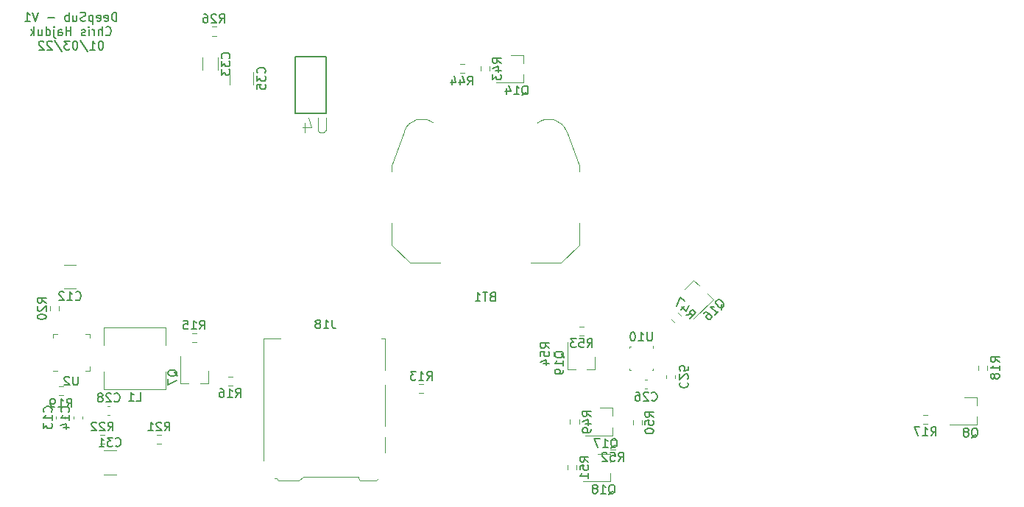
<source format=gbr>
%TF.GenerationSoftware,KiCad,Pcbnew,(5.1.8)-1*%
%TF.CreationDate,2022-04-23T21:59:24-07:00*%
%TF.ProjectId,AttitudeMotorController,41747469-7475-4646-954d-6f746f72436f,rev?*%
%TF.SameCoordinates,Original*%
%TF.FileFunction,Legend,Bot*%
%TF.FilePolarity,Positive*%
%FSLAX46Y46*%
G04 Gerber Fmt 4.6, Leading zero omitted, Abs format (unit mm)*
G04 Created by KiCad (PCBNEW (5.1.8)-1) date 2022-04-23 21:59:24*
%MOMM*%
%LPD*%
G01*
G04 APERTURE LIST*
%ADD10C,0.150000*%
%ADD11C,0.120000*%
%ADD12C,0.152400*%
%ADD13C,0.100000*%
%ADD14C,0.015000*%
G04 APERTURE END LIST*
D10*
X84333695Y-3719820D02*
X84333695Y-2719820D01*
X84095600Y-2719820D01*
X83952742Y-2767440D01*
X83857504Y-2862678D01*
X83809885Y-2957916D01*
X83762266Y-3148392D01*
X83762266Y-3291249D01*
X83809885Y-3481725D01*
X83857504Y-3576963D01*
X83952742Y-3672201D01*
X84095600Y-3719820D01*
X84333695Y-3719820D01*
X82952742Y-3672201D02*
X83047980Y-3719820D01*
X83238457Y-3719820D01*
X83333695Y-3672201D01*
X83381314Y-3576963D01*
X83381314Y-3196011D01*
X83333695Y-3100773D01*
X83238457Y-3053154D01*
X83047980Y-3053154D01*
X82952742Y-3100773D01*
X82905123Y-3196011D01*
X82905123Y-3291249D01*
X83381314Y-3386487D01*
X82095600Y-3672201D02*
X82190838Y-3719820D01*
X82381314Y-3719820D01*
X82476552Y-3672201D01*
X82524171Y-3576963D01*
X82524171Y-3196011D01*
X82476552Y-3100773D01*
X82381314Y-3053154D01*
X82190838Y-3053154D01*
X82095600Y-3100773D01*
X82047980Y-3196011D01*
X82047980Y-3291249D01*
X82524171Y-3386487D01*
X81619409Y-3053154D02*
X81619409Y-4053154D01*
X81619409Y-3100773D02*
X81524171Y-3053154D01*
X81333695Y-3053154D01*
X81238457Y-3100773D01*
X81190838Y-3148392D01*
X81143219Y-3243630D01*
X81143219Y-3529344D01*
X81190838Y-3624582D01*
X81238457Y-3672201D01*
X81333695Y-3719820D01*
X81524171Y-3719820D01*
X81619409Y-3672201D01*
X80762266Y-3672201D02*
X80619409Y-3719820D01*
X80381314Y-3719820D01*
X80286076Y-3672201D01*
X80238457Y-3624582D01*
X80190838Y-3529344D01*
X80190838Y-3434106D01*
X80238457Y-3338868D01*
X80286076Y-3291249D01*
X80381314Y-3243630D01*
X80571790Y-3196011D01*
X80667028Y-3148392D01*
X80714647Y-3100773D01*
X80762266Y-3005535D01*
X80762266Y-2910297D01*
X80714647Y-2815059D01*
X80667028Y-2767440D01*
X80571790Y-2719820D01*
X80333695Y-2719820D01*
X80190838Y-2767440D01*
X79333695Y-3053154D02*
X79333695Y-3719820D01*
X79762266Y-3053154D02*
X79762266Y-3576963D01*
X79714647Y-3672201D01*
X79619409Y-3719820D01*
X79476552Y-3719820D01*
X79381314Y-3672201D01*
X79333695Y-3624582D01*
X78857504Y-3719820D02*
X78857504Y-2719820D01*
X78857504Y-3100773D02*
X78762266Y-3053154D01*
X78571790Y-3053154D01*
X78476552Y-3100773D01*
X78428933Y-3148392D01*
X78381314Y-3243630D01*
X78381314Y-3529344D01*
X78428933Y-3624582D01*
X78476552Y-3672201D01*
X78571790Y-3719820D01*
X78762266Y-3719820D01*
X78857504Y-3672201D01*
X77190838Y-3338868D02*
X76428933Y-3338868D01*
X75333695Y-2719820D02*
X75000361Y-3719820D01*
X74667028Y-2719820D01*
X73809885Y-3719820D02*
X74381314Y-3719820D01*
X74095600Y-3719820D02*
X74095600Y-2719820D01*
X74190838Y-2862678D01*
X74286076Y-2957916D01*
X74381314Y-3005535D01*
X83095600Y-5274582D02*
X83143219Y-5322201D01*
X83286076Y-5369820D01*
X83381314Y-5369820D01*
X83524171Y-5322201D01*
X83619409Y-5226963D01*
X83667028Y-5131725D01*
X83714647Y-4941249D01*
X83714647Y-4798392D01*
X83667028Y-4607916D01*
X83619409Y-4512678D01*
X83524171Y-4417440D01*
X83381314Y-4369820D01*
X83286076Y-4369820D01*
X83143219Y-4417440D01*
X83095600Y-4465059D01*
X82667028Y-5369820D02*
X82667028Y-4369820D01*
X82238457Y-5369820D02*
X82238457Y-4846011D01*
X82286076Y-4750773D01*
X82381314Y-4703154D01*
X82524171Y-4703154D01*
X82619409Y-4750773D01*
X82667028Y-4798392D01*
X81762266Y-5369820D02*
X81762266Y-4703154D01*
X81762266Y-4893630D02*
X81714647Y-4798392D01*
X81667028Y-4750773D01*
X81571790Y-4703154D01*
X81476552Y-4703154D01*
X81143219Y-5369820D02*
X81143219Y-4703154D01*
X81143219Y-4369820D02*
X81190838Y-4417440D01*
X81143219Y-4465059D01*
X81095600Y-4417440D01*
X81143219Y-4369820D01*
X81143219Y-4465059D01*
X80714647Y-5322201D02*
X80619409Y-5369820D01*
X80428933Y-5369820D01*
X80333695Y-5322201D01*
X80286076Y-5226963D01*
X80286076Y-5179344D01*
X80333695Y-5084106D01*
X80428933Y-5036487D01*
X80571790Y-5036487D01*
X80667028Y-4988868D01*
X80714647Y-4893630D01*
X80714647Y-4846011D01*
X80667028Y-4750773D01*
X80571790Y-4703154D01*
X80428933Y-4703154D01*
X80333695Y-4750773D01*
X79095600Y-5369820D02*
X79095600Y-4369820D01*
X79095600Y-4846011D02*
X78524171Y-4846011D01*
X78524171Y-5369820D02*
X78524171Y-4369820D01*
X77619409Y-5369820D02*
X77619409Y-4846011D01*
X77667028Y-4750773D01*
X77762266Y-4703154D01*
X77952742Y-4703154D01*
X78047980Y-4750773D01*
X77619409Y-5322201D02*
X77714647Y-5369820D01*
X77952742Y-5369820D01*
X78047980Y-5322201D01*
X78095600Y-5226963D01*
X78095600Y-5131725D01*
X78047980Y-5036487D01*
X77952742Y-4988868D01*
X77714647Y-4988868D01*
X77619409Y-4941249D01*
X77143219Y-4703154D02*
X77143219Y-5560297D01*
X77190838Y-5655535D01*
X77286076Y-5703154D01*
X77333695Y-5703154D01*
X77143219Y-4369820D02*
X77190838Y-4417440D01*
X77143219Y-4465059D01*
X77095600Y-4417440D01*
X77143219Y-4369820D01*
X77143219Y-4465059D01*
X76238457Y-5369820D02*
X76238457Y-4369820D01*
X76238457Y-5322201D02*
X76333695Y-5369820D01*
X76524171Y-5369820D01*
X76619409Y-5322201D01*
X76667028Y-5274582D01*
X76714647Y-5179344D01*
X76714647Y-4893630D01*
X76667028Y-4798392D01*
X76619409Y-4750773D01*
X76524171Y-4703154D01*
X76333695Y-4703154D01*
X76238457Y-4750773D01*
X75333695Y-4703154D02*
X75333695Y-5369820D01*
X75762266Y-4703154D02*
X75762266Y-5226963D01*
X75714647Y-5322201D01*
X75619409Y-5369820D01*
X75476552Y-5369820D01*
X75381314Y-5322201D01*
X75333695Y-5274582D01*
X74857504Y-5369820D02*
X74857504Y-4369820D01*
X74762266Y-4988868D02*
X74476552Y-5369820D01*
X74476552Y-4703154D02*
X74857504Y-5084106D01*
X82571790Y-6019820D02*
X82476552Y-6019820D01*
X82381314Y-6067440D01*
X82333695Y-6115059D01*
X82286076Y-6210297D01*
X82238457Y-6400773D01*
X82238457Y-6638868D01*
X82286076Y-6829344D01*
X82333695Y-6924582D01*
X82381314Y-6972201D01*
X82476552Y-7019820D01*
X82571790Y-7019820D01*
X82667028Y-6972201D01*
X82714647Y-6924582D01*
X82762266Y-6829344D01*
X82809885Y-6638868D01*
X82809885Y-6400773D01*
X82762266Y-6210297D01*
X82714647Y-6115059D01*
X82667028Y-6067440D01*
X82571790Y-6019820D01*
X81286076Y-7019820D02*
X81857504Y-7019820D01*
X81571790Y-7019820D02*
X81571790Y-6019820D01*
X81667028Y-6162678D01*
X81762266Y-6257916D01*
X81857504Y-6305535D01*
X80143219Y-5972201D02*
X81000361Y-7257916D01*
X79619409Y-6019820D02*
X79524171Y-6019820D01*
X79428933Y-6067440D01*
X79381314Y-6115059D01*
X79333695Y-6210297D01*
X79286076Y-6400773D01*
X79286076Y-6638868D01*
X79333695Y-6829344D01*
X79381314Y-6924582D01*
X79428933Y-6972201D01*
X79524171Y-7019820D01*
X79619409Y-7019820D01*
X79714647Y-6972201D01*
X79762266Y-6924582D01*
X79809885Y-6829344D01*
X79857504Y-6638868D01*
X79857504Y-6400773D01*
X79809885Y-6210297D01*
X79762266Y-6115059D01*
X79714647Y-6067440D01*
X79619409Y-6019820D01*
X78952742Y-6019820D02*
X78333695Y-6019820D01*
X78667028Y-6400773D01*
X78524171Y-6400773D01*
X78428933Y-6448392D01*
X78381314Y-6496011D01*
X78333695Y-6591249D01*
X78333695Y-6829344D01*
X78381314Y-6924582D01*
X78428933Y-6972201D01*
X78524171Y-7019820D01*
X78809885Y-7019820D01*
X78905123Y-6972201D01*
X78952742Y-6924582D01*
X77190838Y-5972201D02*
X78047980Y-7257916D01*
X76905123Y-6115059D02*
X76857504Y-6067440D01*
X76762266Y-6019820D01*
X76524171Y-6019820D01*
X76428933Y-6067440D01*
X76381314Y-6115059D01*
X76333695Y-6210297D01*
X76333695Y-6305535D01*
X76381314Y-6448392D01*
X76952742Y-7019820D01*
X76333695Y-7019820D01*
X75952742Y-6115059D02*
X75905123Y-6067440D01*
X75809885Y-6019820D01*
X75571790Y-6019820D01*
X75476552Y-6067440D01*
X75428933Y-6115059D01*
X75381314Y-6210297D01*
X75381314Y-6305535D01*
X75428933Y-6448392D01*
X76000361Y-7019820D01*
X75381314Y-7019820D01*
D11*
%TO.C,BT1*%
X115978700Y-20360300D02*
X117418700Y-16410300D01*
X118058700Y-31530300D02*
X115978700Y-29450300D01*
X121558700Y-31530300D02*
X118058700Y-31530300D01*
X135458700Y-31530300D02*
X137538700Y-29450300D01*
X137538700Y-20360300D02*
X136098700Y-16410300D01*
X115978700Y-29450300D02*
X115978700Y-26990300D01*
X115978700Y-20990300D02*
X115978700Y-20360300D01*
X137538700Y-29450300D02*
X137538700Y-26990300D01*
X137538700Y-20990300D02*
X137538700Y-20360300D01*
X135458700Y-31530300D02*
X131958700Y-31530300D01*
X120755346Y-15423770D02*
G75*
G03*
X117418700Y-16410300I-1306646J-1716530D01*
G01*
X136083944Y-16402131D02*
G75*
G03*
X132758700Y-15440300I-2015244J-738169D01*
G01*
%TO.C,C12*%
X78256948Y-34456200D02*
X79679452Y-34456200D01*
X78256948Y-31736200D02*
X79679452Y-31736200D01*
%TO.C,C13*%
X78399100Y-49180533D02*
X78399100Y-49473067D01*
X77379100Y-49180533D02*
X77379100Y-49473067D01*
%TO.C,C14*%
X79385700Y-49193233D02*
X79385700Y-49485767D01*
X80405700Y-49193233D02*
X80405700Y-49485767D01*
%TO.C,C25*%
X147584700Y-44799467D02*
X147584700Y-44506933D01*
X148604700Y-44799467D02*
X148604700Y-44506933D01*
%TO.C,C26*%
X145090933Y-46039500D02*
X145383467Y-46039500D01*
X145090933Y-45019500D02*
X145383467Y-45019500D01*
%TO.C,C28*%
X83584167Y-48004000D02*
X83291633Y-48004000D01*
X83584167Y-49024000D02*
X83291633Y-49024000D01*
%TO.C,C31*%
X84289952Y-55868400D02*
X82867448Y-55868400D01*
X84289952Y-53148400D02*
X82867448Y-53148400D01*
%TO.C,C33*%
X95994900Y-9346852D02*
X95994900Y-7924348D01*
X94174900Y-9346852D02*
X94174900Y-7924348D01*
%TO.C,C35*%
X100077100Y-11023652D02*
X100077100Y-9601148D01*
X97357100Y-11023652D02*
X97357100Y-9601148D01*
%TO.C,J18*%
X105262500Y-56543400D02*
X105772500Y-56193400D01*
X102752500Y-56343400D02*
X102492500Y-56343400D01*
X102952500Y-56543400D02*
X102752500Y-56343400D01*
X112352500Y-56543400D02*
X112142500Y-56343400D01*
X112142500Y-56193400D02*
X112142500Y-56343400D01*
X112142500Y-56193400D02*
X105772500Y-56193400D01*
X115242500Y-51583400D02*
X115242500Y-53383400D01*
X115242500Y-45583400D02*
X115242500Y-50283400D01*
X114212500Y-56543400D02*
X114412500Y-56343400D01*
X114212500Y-56543400D02*
X112352500Y-56543400D01*
X102952500Y-56543400D02*
X105262500Y-56543400D01*
X115242500Y-40273400D02*
X115242500Y-43883400D01*
X114792500Y-40273400D02*
X115242500Y-40273400D01*
X101272500Y-40273400D02*
X101272500Y-54283400D01*
X103192500Y-40273400D02*
X101272500Y-40273400D01*
%TO.C,L1*%
X82873500Y-41019600D02*
X82873500Y-38969600D01*
X82873500Y-38969600D02*
X89973500Y-38969600D01*
X89973500Y-38969600D02*
X89973500Y-41019600D01*
X82873500Y-44019600D02*
X82873500Y-46069600D01*
X82873500Y-46069600D02*
X89973500Y-46069600D01*
X89973500Y-46069600D02*
X89973500Y-44019600D01*
%TO.C,Q7*%
X94864000Y-45440000D02*
X94864000Y-43980000D01*
X91704000Y-45440000D02*
X91704000Y-42280000D01*
X91704000Y-45440000D02*
X92634000Y-45440000D01*
X94864000Y-45440000D02*
X93934000Y-45440000D01*
%TO.C,Q8*%
X183321100Y-47022900D02*
X181861100Y-47022900D01*
X183321100Y-50182900D02*
X180161100Y-50182900D01*
X183321100Y-50182900D02*
X183321100Y-49252900D01*
X183321100Y-47022900D02*
X183321100Y-47952900D01*
%TO.C,R13*%
X119647424Y-46534600D02*
X119137976Y-46534600D01*
X119647424Y-45489600D02*
X119137976Y-45489600D01*
%TO.C,R15*%
X93498124Y-40679900D02*
X92988676Y-40679900D01*
X93498124Y-39634900D02*
X92988676Y-39634900D01*
%TO.C,R16*%
X97141576Y-45658300D02*
X97651024Y-45658300D01*
X97141576Y-44613300D02*
X97651024Y-44613300D01*
%TO.C,R17*%
X177102676Y-49032900D02*
X177612124Y-49032900D01*
X177102676Y-50077900D02*
X177612124Y-50077900D01*
%TO.C,R18*%
X184507400Y-43851924D02*
X184507400Y-43342476D01*
X183462400Y-43851924D02*
X183462400Y-43342476D01*
%TO.C,R19*%
X77697876Y-46788600D02*
X78207324Y-46788600D01*
X77697876Y-45743600D02*
X78207324Y-45743600D01*
%TO.C,R20*%
X77738500Y-36526376D02*
X77738500Y-37035824D01*
X76693500Y-36526376D02*
X76693500Y-37035824D01*
%TO.C,R21*%
X89484924Y-51318900D02*
X88975476Y-51318900D01*
X89484924Y-52363900D02*
X88975476Y-52363900D01*
%TO.C,R22*%
X82955224Y-52363900D02*
X82445776Y-52363900D01*
X82955224Y-51318900D02*
X82445776Y-51318900D01*
%TO.C,R26*%
X95784124Y-4367000D02*
X95274676Y-4367000D01*
X95784124Y-5412000D02*
X95274676Y-5412000D01*
%TO.C,U2*%
X77498700Y-43943800D02*
X77023700Y-43943800D01*
X81243700Y-39723800D02*
X81243700Y-40198800D01*
X80768700Y-39723800D02*
X81243700Y-39723800D01*
X77023700Y-39723800D02*
X77023700Y-40198800D01*
X77498700Y-39723800D02*
X77023700Y-39723800D01*
X81243700Y-43943800D02*
X81243700Y-43468800D01*
X80768700Y-43943800D02*
X81243700Y-43943800D01*
D12*
%TO.C,U4*%
X104889300Y-7797800D02*
X108445300Y-7797800D01*
X108445300Y-7797800D02*
X108445300Y-14300200D01*
X108445300Y-14300200D02*
X104889300Y-14300200D01*
X104889300Y-14300200D02*
X104889300Y-7797800D01*
D13*
%TO.C,U10*%
X146053800Y-43892300D02*
X145903800Y-43892300D01*
X146053800Y-43882300D02*
X146053800Y-43732300D01*
X143353800Y-43882300D02*
X143353800Y-43732300D01*
X143353800Y-43882300D02*
X143503800Y-43882300D01*
X143503800Y-41182300D02*
X143353800Y-41182300D01*
X143353800Y-41182300D02*
X143353800Y-41332300D01*
X146053800Y-41332300D02*
X146053800Y-41082300D01*
D11*
%TO.C,Q14*%
X131135660Y-7627500D02*
X129675660Y-7627500D01*
X131135660Y-10787500D02*
X127975660Y-10787500D01*
X131135660Y-10787500D02*
X131135660Y-9857500D01*
X131135660Y-7627500D02*
X131135660Y-8557500D01*
%TO.C,Q16*%
X150722892Y-33519290D02*
X149690517Y-34551666D01*
X152957350Y-35753748D02*
X150722892Y-37988205D01*
X152957350Y-35753748D02*
X152299741Y-35096138D01*
X150722892Y-33519290D02*
X151380502Y-34176899D01*
%TO.C,Q17*%
X141361700Y-48229400D02*
X141361700Y-49159400D01*
X141361700Y-51389400D02*
X141361700Y-50459400D01*
X141361700Y-51389400D02*
X138201700Y-51389400D01*
X141361700Y-48229400D02*
X139901700Y-48229400D01*
%TO.C,Q18*%
X141113920Y-53538000D02*
X139653920Y-53538000D01*
X141113920Y-56698000D02*
X137953920Y-56698000D01*
X141113920Y-56698000D02*
X141113920Y-55768000D01*
X141113920Y-53538000D02*
X141113920Y-54468000D01*
%TO.C,Q19*%
X139354680Y-43802840D02*
X138424680Y-43802840D01*
X136194680Y-43802840D02*
X137124680Y-43802840D01*
X136194680Y-43802840D02*
X136194680Y-40642840D01*
X139354680Y-43802840D02*
X139354680Y-42342840D01*
%TO.C,R43*%
X126180320Y-9459684D02*
X126180320Y-8950236D01*
X127225320Y-9459684D02*
X127225320Y-8950236D01*
%TO.C,R44*%
X123809036Y-8667220D02*
X124318484Y-8667220D01*
X123809036Y-9712220D02*
X124318484Y-9712220D01*
%TO.C,R47*%
X149246185Y-37621019D02*
X148885951Y-37260785D01*
X148507259Y-38359945D02*
X148147025Y-37999711D01*
%TO.C,R49*%
X137547880Y-50092704D02*
X137547880Y-49583256D01*
X136502880Y-50092704D02*
X136502880Y-49583256D01*
%TO.C,R50*%
X143703780Y-50168264D02*
X143703780Y-49658816D01*
X144748780Y-50168264D02*
X144748780Y-49658816D01*
%TO.C,R51*%
X137250700Y-55321924D02*
X137250700Y-54812476D01*
X136205700Y-55321924D02*
X136205700Y-54812476D01*
%TO.C,R52*%
X141159136Y-51943740D02*
X141668584Y-51943740D01*
X141159136Y-52988740D02*
X141668584Y-52988740D01*
%TO.C,R53*%
X137570756Y-39902660D02*
X138080204Y-39902660D01*
X137570756Y-38857660D02*
X138080204Y-38857660D01*
%TO.C,R54*%
X135602240Y-41738456D02*
X135602240Y-42247904D01*
X134557240Y-41738456D02*
X134557240Y-42247904D01*
%TO.C,BT1*%
D10*
X127544414Y-35418871D02*
X127401557Y-35466490D01*
X127353938Y-35514109D01*
X127306319Y-35609347D01*
X127306319Y-35752204D01*
X127353938Y-35847442D01*
X127401557Y-35895061D01*
X127496795Y-35942680D01*
X127877747Y-35942680D01*
X127877747Y-34942680D01*
X127544414Y-34942680D01*
X127449176Y-34990300D01*
X127401557Y-35037919D01*
X127353938Y-35133157D01*
X127353938Y-35228395D01*
X127401557Y-35323633D01*
X127449176Y-35371252D01*
X127544414Y-35418871D01*
X127877747Y-35418871D01*
X127020604Y-34942680D02*
X126449176Y-34942680D01*
X126734890Y-35942680D02*
X126734890Y-34942680D01*
X125592033Y-35942680D02*
X126163461Y-35942680D01*
X125877747Y-35942680D02*
X125877747Y-34942680D01*
X125972985Y-35085538D01*
X126068223Y-35180776D01*
X126163461Y-35228395D01*
%TO.C,C12*%
X79611057Y-35753342D02*
X79658676Y-35800961D01*
X79801533Y-35848580D01*
X79896771Y-35848580D01*
X80039628Y-35800961D01*
X80134866Y-35705723D01*
X80182485Y-35610485D01*
X80230104Y-35420009D01*
X80230104Y-35277152D01*
X80182485Y-35086676D01*
X80134866Y-34991438D01*
X80039628Y-34896200D01*
X79896771Y-34848580D01*
X79801533Y-34848580D01*
X79658676Y-34896200D01*
X79611057Y-34943819D01*
X78658676Y-35848580D02*
X79230104Y-35848580D01*
X78944390Y-35848580D02*
X78944390Y-34848580D01*
X79039628Y-34991438D01*
X79134866Y-35086676D01*
X79230104Y-35134295D01*
X78277723Y-34943819D02*
X78230104Y-34896200D01*
X78134866Y-34848580D01*
X77896771Y-34848580D01*
X77801533Y-34896200D01*
X77753914Y-34943819D01*
X77706295Y-35039057D01*
X77706295Y-35134295D01*
X77753914Y-35277152D01*
X78325342Y-35848580D01*
X77706295Y-35848580D01*
%TO.C,C13*%
X76816242Y-48683942D02*
X76863861Y-48636323D01*
X76911480Y-48493466D01*
X76911480Y-48398228D01*
X76863861Y-48255371D01*
X76768623Y-48160133D01*
X76673385Y-48112514D01*
X76482909Y-48064895D01*
X76340052Y-48064895D01*
X76149576Y-48112514D01*
X76054338Y-48160133D01*
X75959100Y-48255371D01*
X75911480Y-48398228D01*
X75911480Y-48493466D01*
X75959100Y-48636323D01*
X76006719Y-48683942D01*
X76911480Y-49636323D02*
X76911480Y-49064895D01*
X76911480Y-49350609D02*
X75911480Y-49350609D01*
X76054338Y-49255371D01*
X76149576Y-49160133D01*
X76197195Y-49064895D01*
X75911480Y-49969657D02*
X75911480Y-50588704D01*
X76292433Y-50255371D01*
X76292433Y-50398228D01*
X76340052Y-50493466D01*
X76387671Y-50541085D01*
X76482909Y-50588704D01*
X76721004Y-50588704D01*
X76816242Y-50541085D01*
X76863861Y-50493466D01*
X76911480Y-50398228D01*
X76911480Y-50112514D01*
X76863861Y-50017276D01*
X76816242Y-49969657D01*
%TO.C,C14*%
X78822842Y-48696642D02*
X78870461Y-48649023D01*
X78918080Y-48506166D01*
X78918080Y-48410928D01*
X78870461Y-48268071D01*
X78775223Y-48172833D01*
X78679985Y-48125214D01*
X78489509Y-48077595D01*
X78346652Y-48077595D01*
X78156176Y-48125214D01*
X78060938Y-48172833D01*
X77965700Y-48268071D01*
X77918080Y-48410928D01*
X77918080Y-48506166D01*
X77965700Y-48649023D01*
X78013319Y-48696642D01*
X78918080Y-49649023D02*
X78918080Y-49077595D01*
X78918080Y-49363309D02*
X77918080Y-49363309D01*
X78060938Y-49268071D01*
X78156176Y-49172833D01*
X78203795Y-49077595D01*
X78251414Y-50506166D02*
X78918080Y-50506166D01*
X77870461Y-50268071D02*
X78584747Y-50029976D01*
X78584747Y-50649023D01*
%TO.C,C25*%
X149167557Y-45296057D02*
X149119938Y-45343676D01*
X149072319Y-45486533D01*
X149072319Y-45581771D01*
X149119938Y-45724628D01*
X149215176Y-45819866D01*
X149310414Y-45867485D01*
X149500890Y-45915104D01*
X149643747Y-45915104D01*
X149834223Y-45867485D01*
X149929461Y-45819866D01*
X150024700Y-45724628D01*
X150072319Y-45581771D01*
X150072319Y-45486533D01*
X150024700Y-45343676D01*
X149977080Y-45296057D01*
X149977080Y-44915104D02*
X150024700Y-44867485D01*
X150072319Y-44772247D01*
X150072319Y-44534152D01*
X150024700Y-44438914D01*
X149977080Y-44391295D01*
X149881842Y-44343676D01*
X149786604Y-44343676D01*
X149643747Y-44391295D01*
X149072319Y-44962723D01*
X149072319Y-44343676D01*
X150072319Y-43438914D02*
X150072319Y-43915104D01*
X149596128Y-43962723D01*
X149643747Y-43915104D01*
X149691366Y-43819866D01*
X149691366Y-43581771D01*
X149643747Y-43486533D01*
X149596128Y-43438914D01*
X149500890Y-43391295D01*
X149262795Y-43391295D01*
X149167557Y-43438914D01*
X149119938Y-43486533D01*
X149072319Y-43581771D01*
X149072319Y-43819866D01*
X149119938Y-43915104D01*
X149167557Y-43962723D01*
%TO.C,C26*%
X145880057Y-47316642D02*
X145927676Y-47364261D01*
X146070533Y-47411880D01*
X146165771Y-47411880D01*
X146308628Y-47364261D01*
X146403866Y-47269023D01*
X146451485Y-47173785D01*
X146499104Y-46983309D01*
X146499104Y-46840452D01*
X146451485Y-46649976D01*
X146403866Y-46554738D01*
X146308628Y-46459500D01*
X146165771Y-46411880D01*
X146070533Y-46411880D01*
X145927676Y-46459500D01*
X145880057Y-46507119D01*
X145499104Y-46507119D02*
X145451485Y-46459500D01*
X145356247Y-46411880D01*
X145118152Y-46411880D01*
X145022914Y-46459500D01*
X144975295Y-46507119D01*
X144927676Y-46602357D01*
X144927676Y-46697595D01*
X144975295Y-46840452D01*
X145546723Y-47411880D01*
X144927676Y-47411880D01*
X144070533Y-46411880D02*
X144261009Y-46411880D01*
X144356247Y-46459500D01*
X144403866Y-46507119D01*
X144499104Y-46649976D01*
X144546723Y-46840452D01*
X144546723Y-47221404D01*
X144499104Y-47316642D01*
X144451485Y-47364261D01*
X144356247Y-47411880D01*
X144165771Y-47411880D01*
X144070533Y-47364261D01*
X144022914Y-47316642D01*
X143975295Y-47221404D01*
X143975295Y-46983309D01*
X144022914Y-46888071D01*
X144070533Y-46840452D01*
X144165771Y-46792833D01*
X144356247Y-46792833D01*
X144451485Y-46840452D01*
X144499104Y-46888071D01*
X144546723Y-46983309D01*
%TO.C,C28*%
X84080757Y-47441142D02*
X84128376Y-47488761D01*
X84271233Y-47536380D01*
X84366471Y-47536380D01*
X84509328Y-47488761D01*
X84604566Y-47393523D01*
X84652185Y-47298285D01*
X84699804Y-47107809D01*
X84699804Y-46964952D01*
X84652185Y-46774476D01*
X84604566Y-46679238D01*
X84509328Y-46584000D01*
X84366471Y-46536380D01*
X84271233Y-46536380D01*
X84128376Y-46584000D01*
X84080757Y-46631619D01*
X83699804Y-46631619D02*
X83652185Y-46584000D01*
X83556947Y-46536380D01*
X83318852Y-46536380D01*
X83223614Y-46584000D01*
X83175995Y-46631619D01*
X83128376Y-46726857D01*
X83128376Y-46822095D01*
X83175995Y-46964952D01*
X83747423Y-47536380D01*
X83128376Y-47536380D01*
X82556947Y-46964952D02*
X82652185Y-46917333D01*
X82699804Y-46869714D01*
X82747423Y-46774476D01*
X82747423Y-46726857D01*
X82699804Y-46631619D01*
X82652185Y-46584000D01*
X82556947Y-46536380D01*
X82366471Y-46536380D01*
X82271233Y-46584000D01*
X82223614Y-46631619D01*
X82175995Y-46726857D01*
X82175995Y-46774476D01*
X82223614Y-46869714D01*
X82271233Y-46917333D01*
X82366471Y-46964952D01*
X82556947Y-46964952D01*
X82652185Y-47012571D01*
X82699804Y-47060190D01*
X82747423Y-47155428D01*
X82747423Y-47345904D01*
X82699804Y-47441142D01*
X82652185Y-47488761D01*
X82556947Y-47536380D01*
X82366471Y-47536380D01*
X82271233Y-47488761D01*
X82223614Y-47441142D01*
X82175995Y-47345904D01*
X82175995Y-47155428D01*
X82223614Y-47060190D01*
X82271233Y-47012571D01*
X82366471Y-46964952D01*
%TO.C,C31*%
X84221557Y-52565542D02*
X84269176Y-52613161D01*
X84412033Y-52660780D01*
X84507271Y-52660780D01*
X84650128Y-52613161D01*
X84745366Y-52517923D01*
X84792985Y-52422685D01*
X84840604Y-52232209D01*
X84840604Y-52089352D01*
X84792985Y-51898876D01*
X84745366Y-51803638D01*
X84650128Y-51708400D01*
X84507271Y-51660780D01*
X84412033Y-51660780D01*
X84269176Y-51708400D01*
X84221557Y-51756019D01*
X83888223Y-51660780D02*
X83269176Y-51660780D01*
X83602509Y-52041733D01*
X83459652Y-52041733D01*
X83364414Y-52089352D01*
X83316795Y-52136971D01*
X83269176Y-52232209D01*
X83269176Y-52470304D01*
X83316795Y-52565542D01*
X83364414Y-52613161D01*
X83459652Y-52660780D01*
X83745366Y-52660780D01*
X83840604Y-52613161D01*
X83888223Y-52565542D01*
X82316795Y-52660780D02*
X82888223Y-52660780D01*
X82602509Y-52660780D02*
X82602509Y-51660780D01*
X82697747Y-51803638D01*
X82792985Y-51898876D01*
X82888223Y-51946495D01*
%TO.C,C33*%
X97292042Y-7992742D02*
X97339661Y-7945123D01*
X97387280Y-7802266D01*
X97387280Y-7707028D01*
X97339661Y-7564171D01*
X97244423Y-7468933D01*
X97149185Y-7421314D01*
X96958709Y-7373695D01*
X96815852Y-7373695D01*
X96625376Y-7421314D01*
X96530138Y-7468933D01*
X96434900Y-7564171D01*
X96387280Y-7707028D01*
X96387280Y-7802266D01*
X96434900Y-7945123D01*
X96482519Y-7992742D01*
X96387280Y-8326076D02*
X96387280Y-8945123D01*
X96768233Y-8611790D01*
X96768233Y-8754647D01*
X96815852Y-8849885D01*
X96863471Y-8897504D01*
X96958709Y-8945123D01*
X97196804Y-8945123D01*
X97292042Y-8897504D01*
X97339661Y-8849885D01*
X97387280Y-8754647D01*
X97387280Y-8468933D01*
X97339661Y-8373695D01*
X97292042Y-8326076D01*
X96387280Y-9278457D02*
X96387280Y-9897504D01*
X96768233Y-9564171D01*
X96768233Y-9707028D01*
X96815852Y-9802266D01*
X96863471Y-9849885D01*
X96958709Y-9897504D01*
X97196804Y-9897504D01*
X97292042Y-9849885D01*
X97339661Y-9802266D01*
X97387280Y-9707028D01*
X97387280Y-9421314D01*
X97339661Y-9326076D01*
X97292042Y-9278457D01*
%TO.C,C35*%
X101374242Y-9669542D02*
X101421861Y-9621923D01*
X101469480Y-9479066D01*
X101469480Y-9383828D01*
X101421861Y-9240971D01*
X101326623Y-9145733D01*
X101231385Y-9098114D01*
X101040909Y-9050495D01*
X100898052Y-9050495D01*
X100707576Y-9098114D01*
X100612338Y-9145733D01*
X100517100Y-9240971D01*
X100469480Y-9383828D01*
X100469480Y-9479066D01*
X100517100Y-9621923D01*
X100564719Y-9669542D01*
X100469480Y-10002876D02*
X100469480Y-10621923D01*
X100850433Y-10288590D01*
X100850433Y-10431447D01*
X100898052Y-10526685D01*
X100945671Y-10574304D01*
X101040909Y-10621923D01*
X101279004Y-10621923D01*
X101374242Y-10574304D01*
X101421861Y-10526685D01*
X101469480Y-10431447D01*
X101469480Y-10145733D01*
X101421861Y-10050495D01*
X101374242Y-10002876D01*
X100469480Y-11526685D02*
X100469480Y-11050495D01*
X100945671Y-11002876D01*
X100898052Y-11050495D01*
X100850433Y-11145733D01*
X100850433Y-11383828D01*
X100898052Y-11479066D01*
X100945671Y-11526685D01*
X101040909Y-11574304D01*
X101279004Y-11574304D01*
X101374242Y-11526685D01*
X101421861Y-11479066D01*
X101469480Y-11383828D01*
X101469480Y-11145733D01*
X101421861Y-11050495D01*
X101374242Y-11002876D01*
%TO.C,J18*%
X109152023Y-38085780D02*
X109152023Y-38800066D01*
X109199642Y-38942923D01*
X109294880Y-39038161D01*
X109437738Y-39085780D01*
X109532976Y-39085780D01*
X108152023Y-39085780D02*
X108723452Y-39085780D01*
X108437738Y-39085780D02*
X108437738Y-38085780D01*
X108532976Y-38228638D01*
X108628214Y-38323876D01*
X108723452Y-38371495D01*
X107580595Y-38514352D02*
X107675833Y-38466733D01*
X107723452Y-38419114D01*
X107771071Y-38323876D01*
X107771071Y-38276257D01*
X107723452Y-38181019D01*
X107675833Y-38133400D01*
X107580595Y-38085780D01*
X107390119Y-38085780D01*
X107294880Y-38133400D01*
X107247261Y-38181019D01*
X107199642Y-38276257D01*
X107199642Y-38323876D01*
X107247261Y-38419114D01*
X107294880Y-38466733D01*
X107390119Y-38514352D01*
X107580595Y-38514352D01*
X107675833Y-38561971D01*
X107723452Y-38609590D01*
X107771071Y-38704828D01*
X107771071Y-38895304D01*
X107723452Y-38990542D01*
X107675833Y-39038161D01*
X107580595Y-39085780D01*
X107390119Y-39085780D01*
X107294880Y-39038161D01*
X107247261Y-38990542D01*
X107199642Y-38895304D01*
X107199642Y-38704828D01*
X107247261Y-38609590D01*
X107294880Y-38561971D01*
X107390119Y-38514352D01*
%TO.C,L1*%
X86590166Y-47421980D02*
X87066357Y-47421980D01*
X87066357Y-46421980D01*
X85733023Y-47421980D02*
X86304452Y-47421980D01*
X86018738Y-47421980D02*
X86018738Y-46421980D01*
X86113976Y-46564838D01*
X86209214Y-46660076D01*
X86304452Y-46707695D01*
%TO.C,Q7*%
X91331619Y-44584761D02*
X91284000Y-44489523D01*
X91188761Y-44394285D01*
X91045904Y-44251428D01*
X90998285Y-44156190D01*
X90998285Y-44060952D01*
X91236380Y-44108571D02*
X91188761Y-44013333D01*
X91093523Y-43918095D01*
X90903047Y-43870476D01*
X90569714Y-43870476D01*
X90379238Y-43918095D01*
X90284000Y-44013333D01*
X90236380Y-44108571D01*
X90236380Y-44299047D01*
X90284000Y-44394285D01*
X90379238Y-44489523D01*
X90569714Y-44537142D01*
X90903047Y-44537142D01*
X91093523Y-44489523D01*
X91188761Y-44394285D01*
X91236380Y-44299047D01*
X91236380Y-44108571D01*
X90236380Y-44870476D02*
X90236380Y-45537142D01*
X91236380Y-45108571D01*
%TO.C,Q8*%
X182656338Y-51650519D02*
X182751576Y-51602900D01*
X182846814Y-51507661D01*
X182989671Y-51364804D01*
X183084909Y-51317185D01*
X183180147Y-51317185D01*
X183132528Y-51555280D02*
X183227766Y-51507661D01*
X183323004Y-51412423D01*
X183370623Y-51221947D01*
X183370623Y-50888614D01*
X183323004Y-50698138D01*
X183227766Y-50602900D01*
X183132528Y-50555280D01*
X182942052Y-50555280D01*
X182846814Y-50602900D01*
X182751576Y-50698138D01*
X182703957Y-50888614D01*
X182703957Y-51221947D01*
X182751576Y-51412423D01*
X182846814Y-51507661D01*
X182942052Y-51555280D01*
X183132528Y-51555280D01*
X182132528Y-50983852D02*
X182227766Y-50936233D01*
X182275385Y-50888614D01*
X182323004Y-50793376D01*
X182323004Y-50745757D01*
X182275385Y-50650519D01*
X182227766Y-50602900D01*
X182132528Y-50555280D01*
X181942052Y-50555280D01*
X181846814Y-50602900D01*
X181799195Y-50650519D01*
X181751576Y-50745757D01*
X181751576Y-50793376D01*
X181799195Y-50888614D01*
X181846814Y-50936233D01*
X181942052Y-50983852D01*
X182132528Y-50983852D01*
X182227766Y-51031471D01*
X182275385Y-51079090D01*
X182323004Y-51174328D01*
X182323004Y-51364804D01*
X182275385Y-51460042D01*
X182227766Y-51507661D01*
X182132528Y-51555280D01*
X181942052Y-51555280D01*
X181846814Y-51507661D01*
X181799195Y-51460042D01*
X181751576Y-51364804D01*
X181751576Y-51174328D01*
X181799195Y-51079090D01*
X181846814Y-51031471D01*
X181942052Y-50983852D01*
%TO.C,R13*%
X120035557Y-45034480D02*
X120368890Y-44558290D01*
X120606985Y-45034480D02*
X120606985Y-44034480D01*
X120226033Y-44034480D01*
X120130795Y-44082100D01*
X120083176Y-44129719D01*
X120035557Y-44224957D01*
X120035557Y-44367814D01*
X120083176Y-44463052D01*
X120130795Y-44510671D01*
X120226033Y-44558290D01*
X120606985Y-44558290D01*
X119083176Y-45034480D02*
X119654604Y-45034480D01*
X119368890Y-45034480D02*
X119368890Y-44034480D01*
X119464128Y-44177338D01*
X119559366Y-44272576D01*
X119654604Y-44320195D01*
X118749842Y-44034480D02*
X118130795Y-44034480D01*
X118464128Y-44415433D01*
X118321271Y-44415433D01*
X118226033Y-44463052D01*
X118178414Y-44510671D01*
X118130795Y-44605909D01*
X118130795Y-44844004D01*
X118178414Y-44939242D01*
X118226033Y-44986861D01*
X118321271Y-45034480D01*
X118606985Y-45034480D01*
X118702223Y-44986861D01*
X118749842Y-44939242D01*
%TO.C,R15*%
X93886257Y-39179780D02*
X94219590Y-38703590D01*
X94457685Y-39179780D02*
X94457685Y-38179780D01*
X94076733Y-38179780D01*
X93981495Y-38227400D01*
X93933876Y-38275019D01*
X93886257Y-38370257D01*
X93886257Y-38513114D01*
X93933876Y-38608352D01*
X93981495Y-38655971D01*
X94076733Y-38703590D01*
X94457685Y-38703590D01*
X92933876Y-39179780D02*
X93505304Y-39179780D01*
X93219590Y-39179780D02*
X93219590Y-38179780D01*
X93314828Y-38322638D01*
X93410066Y-38417876D01*
X93505304Y-38465495D01*
X92029114Y-38179780D02*
X92505304Y-38179780D01*
X92552923Y-38655971D01*
X92505304Y-38608352D01*
X92410066Y-38560733D01*
X92171971Y-38560733D01*
X92076733Y-38608352D01*
X92029114Y-38655971D01*
X91981495Y-38751209D01*
X91981495Y-38989304D01*
X92029114Y-39084542D01*
X92076733Y-39132161D01*
X92171971Y-39179780D01*
X92410066Y-39179780D01*
X92505304Y-39132161D01*
X92552923Y-39084542D01*
%TO.C,R16*%
X98039157Y-47018180D02*
X98372490Y-46541990D01*
X98610585Y-47018180D02*
X98610585Y-46018180D01*
X98229633Y-46018180D01*
X98134395Y-46065800D01*
X98086776Y-46113419D01*
X98039157Y-46208657D01*
X98039157Y-46351514D01*
X98086776Y-46446752D01*
X98134395Y-46494371D01*
X98229633Y-46541990D01*
X98610585Y-46541990D01*
X97086776Y-47018180D02*
X97658204Y-47018180D01*
X97372490Y-47018180D02*
X97372490Y-46018180D01*
X97467728Y-46161038D01*
X97562966Y-46256276D01*
X97658204Y-46303895D01*
X96229633Y-46018180D02*
X96420109Y-46018180D01*
X96515347Y-46065800D01*
X96562966Y-46113419D01*
X96658204Y-46256276D01*
X96705823Y-46446752D01*
X96705823Y-46827704D01*
X96658204Y-46922942D01*
X96610585Y-46970561D01*
X96515347Y-47018180D01*
X96324871Y-47018180D01*
X96229633Y-46970561D01*
X96182014Y-46922942D01*
X96134395Y-46827704D01*
X96134395Y-46589609D01*
X96182014Y-46494371D01*
X96229633Y-46446752D01*
X96324871Y-46399133D01*
X96515347Y-46399133D01*
X96610585Y-46446752D01*
X96658204Y-46494371D01*
X96705823Y-46589609D01*
%TO.C,R17*%
X178000257Y-51437780D02*
X178333590Y-50961590D01*
X178571685Y-51437780D02*
X178571685Y-50437780D01*
X178190733Y-50437780D01*
X178095495Y-50485400D01*
X178047876Y-50533019D01*
X178000257Y-50628257D01*
X178000257Y-50771114D01*
X178047876Y-50866352D01*
X178095495Y-50913971D01*
X178190733Y-50961590D01*
X178571685Y-50961590D01*
X177047876Y-51437780D02*
X177619304Y-51437780D01*
X177333590Y-51437780D02*
X177333590Y-50437780D01*
X177428828Y-50580638D01*
X177524066Y-50675876D01*
X177619304Y-50723495D01*
X176714542Y-50437780D02*
X176047876Y-50437780D01*
X176476447Y-51437780D01*
%TO.C,R18*%
X185867280Y-42954342D02*
X185391090Y-42621009D01*
X185867280Y-42382914D02*
X184867280Y-42382914D01*
X184867280Y-42763866D01*
X184914900Y-42859104D01*
X184962519Y-42906723D01*
X185057757Y-42954342D01*
X185200614Y-42954342D01*
X185295852Y-42906723D01*
X185343471Y-42859104D01*
X185391090Y-42763866D01*
X185391090Y-42382914D01*
X185867280Y-43906723D02*
X185867280Y-43335295D01*
X185867280Y-43621009D02*
X184867280Y-43621009D01*
X185010138Y-43525771D01*
X185105376Y-43430533D01*
X185152995Y-43335295D01*
X185295852Y-44478152D02*
X185248233Y-44382914D01*
X185200614Y-44335295D01*
X185105376Y-44287676D01*
X185057757Y-44287676D01*
X184962519Y-44335295D01*
X184914900Y-44382914D01*
X184867280Y-44478152D01*
X184867280Y-44668628D01*
X184914900Y-44763866D01*
X184962519Y-44811485D01*
X185057757Y-44859104D01*
X185105376Y-44859104D01*
X185200614Y-44811485D01*
X185248233Y-44763866D01*
X185295852Y-44668628D01*
X185295852Y-44478152D01*
X185343471Y-44382914D01*
X185391090Y-44335295D01*
X185486328Y-44287676D01*
X185676804Y-44287676D01*
X185772042Y-44335295D01*
X185819661Y-44382914D01*
X185867280Y-44478152D01*
X185867280Y-44668628D01*
X185819661Y-44763866D01*
X185772042Y-44811485D01*
X185676804Y-44859104D01*
X185486328Y-44859104D01*
X185391090Y-44811485D01*
X185343471Y-44763866D01*
X185295852Y-44668628D01*
%TO.C,R19*%
X78595457Y-48148480D02*
X78928790Y-47672290D01*
X79166885Y-48148480D02*
X79166885Y-47148480D01*
X78785933Y-47148480D01*
X78690695Y-47196100D01*
X78643076Y-47243719D01*
X78595457Y-47338957D01*
X78595457Y-47481814D01*
X78643076Y-47577052D01*
X78690695Y-47624671D01*
X78785933Y-47672290D01*
X79166885Y-47672290D01*
X77643076Y-48148480D02*
X78214504Y-48148480D01*
X77928790Y-48148480D02*
X77928790Y-47148480D01*
X78024028Y-47291338D01*
X78119266Y-47386576D01*
X78214504Y-47434195D01*
X77166885Y-48148480D02*
X76976409Y-48148480D01*
X76881171Y-48100861D01*
X76833552Y-48053242D01*
X76738314Y-47910385D01*
X76690695Y-47719909D01*
X76690695Y-47338957D01*
X76738314Y-47243719D01*
X76785933Y-47196100D01*
X76881171Y-47148480D01*
X77071647Y-47148480D01*
X77166885Y-47196100D01*
X77214504Y-47243719D01*
X77262123Y-47338957D01*
X77262123Y-47577052D01*
X77214504Y-47672290D01*
X77166885Y-47719909D01*
X77071647Y-47767528D01*
X76881171Y-47767528D01*
X76785933Y-47719909D01*
X76738314Y-47672290D01*
X76690695Y-47577052D01*
%TO.C,R20*%
X76238380Y-36138242D02*
X75762190Y-35804909D01*
X76238380Y-35566814D02*
X75238380Y-35566814D01*
X75238380Y-35947766D01*
X75286000Y-36043004D01*
X75333619Y-36090623D01*
X75428857Y-36138242D01*
X75571714Y-36138242D01*
X75666952Y-36090623D01*
X75714571Y-36043004D01*
X75762190Y-35947766D01*
X75762190Y-35566814D01*
X75333619Y-36519195D02*
X75286000Y-36566814D01*
X75238380Y-36662052D01*
X75238380Y-36900147D01*
X75286000Y-36995385D01*
X75333619Y-37043004D01*
X75428857Y-37090623D01*
X75524095Y-37090623D01*
X75666952Y-37043004D01*
X76238380Y-36471576D01*
X76238380Y-37090623D01*
X75238380Y-37709671D02*
X75238380Y-37804909D01*
X75286000Y-37900147D01*
X75333619Y-37947766D01*
X75428857Y-37995385D01*
X75619333Y-38043004D01*
X75857428Y-38043004D01*
X76047904Y-37995385D01*
X76143142Y-37947766D01*
X76190761Y-37900147D01*
X76238380Y-37804909D01*
X76238380Y-37709671D01*
X76190761Y-37614433D01*
X76143142Y-37566814D01*
X76047904Y-37519195D01*
X75857428Y-37471576D01*
X75619333Y-37471576D01*
X75428857Y-37519195D01*
X75333619Y-37566814D01*
X75286000Y-37614433D01*
X75238380Y-37709671D01*
%TO.C,R21*%
X89873057Y-50863780D02*
X90206390Y-50387590D01*
X90444485Y-50863780D02*
X90444485Y-49863780D01*
X90063533Y-49863780D01*
X89968295Y-49911400D01*
X89920676Y-49959019D01*
X89873057Y-50054257D01*
X89873057Y-50197114D01*
X89920676Y-50292352D01*
X89968295Y-50339971D01*
X90063533Y-50387590D01*
X90444485Y-50387590D01*
X89492104Y-49959019D02*
X89444485Y-49911400D01*
X89349247Y-49863780D01*
X89111152Y-49863780D01*
X89015914Y-49911400D01*
X88968295Y-49959019D01*
X88920676Y-50054257D01*
X88920676Y-50149495D01*
X88968295Y-50292352D01*
X89539723Y-50863780D01*
X88920676Y-50863780D01*
X87968295Y-50863780D02*
X88539723Y-50863780D01*
X88254009Y-50863780D02*
X88254009Y-49863780D01*
X88349247Y-50006638D01*
X88444485Y-50101876D01*
X88539723Y-50149495D01*
%TO.C,R22*%
X83343357Y-50863780D02*
X83676690Y-50387590D01*
X83914785Y-50863780D02*
X83914785Y-49863780D01*
X83533833Y-49863780D01*
X83438595Y-49911400D01*
X83390976Y-49959019D01*
X83343357Y-50054257D01*
X83343357Y-50197114D01*
X83390976Y-50292352D01*
X83438595Y-50339971D01*
X83533833Y-50387590D01*
X83914785Y-50387590D01*
X82962404Y-49959019D02*
X82914785Y-49911400D01*
X82819547Y-49863780D01*
X82581452Y-49863780D01*
X82486214Y-49911400D01*
X82438595Y-49959019D01*
X82390976Y-50054257D01*
X82390976Y-50149495D01*
X82438595Y-50292352D01*
X83010023Y-50863780D01*
X82390976Y-50863780D01*
X82010023Y-49959019D02*
X81962404Y-49911400D01*
X81867166Y-49863780D01*
X81629071Y-49863780D01*
X81533833Y-49911400D01*
X81486214Y-49959019D01*
X81438595Y-50054257D01*
X81438595Y-50149495D01*
X81486214Y-50292352D01*
X82057642Y-50863780D01*
X81438595Y-50863780D01*
%TO.C,R26*%
X96172257Y-3911880D02*
X96505590Y-3435690D01*
X96743685Y-3911880D02*
X96743685Y-2911880D01*
X96362733Y-2911880D01*
X96267495Y-2959500D01*
X96219876Y-3007119D01*
X96172257Y-3102357D01*
X96172257Y-3245214D01*
X96219876Y-3340452D01*
X96267495Y-3388071D01*
X96362733Y-3435690D01*
X96743685Y-3435690D01*
X95791304Y-3007119D02*
X95743685Y-2959500D01*
X95648447Y-2911880D01*
X95410352Y-2911880D01*
X95315114Y-2959500D01*
X95267495Y-3007119D01*
X95219876Y-3102357D01*
X95219876Y-3197595D01*
X95267495Y-3340452D01*
X95838923Y-3911880D01*
X95219876Y-3911880D01*
X94362733Y-2911880D02*
X94553209Y-2911880D01*
X94648447Y-2959500D01*
X94696066Y-3007119D01*
X94791304Y-3149976D01*
X94838923Y-3340452D01*
X94838923Y-3721404D01*
X94791304Y-3816642D01*
X94743685Y-3864261D01*
X94648447Y-3911880D01*
X94457971Y-3911880D01*
X94362733Y-3864261D01*
X94315114Y-3816642D01*
X94267495Y-3721404D01*
X94267495Y-3483309D01*
X94315114Y-3388071D01*
X94362733Y-3340452D01*
X94457971Y-3292833D01*
X94648447Y-3292833D01*
X94743685Y-3340452D01*
X94791304Y-3388071D01*
X94838923Y-3483309D01*
%TO.C,U2*%
X79895604Y-44606180D02*
X79895604Y-45415704D01*
X79847985Y-45510942D01*
X79800366Y-45558561D01*
X79705128Y-45606180D01*
X79514652Y-45606180D01*
X79419414Y-45558561D01*
X79371795Y-45510942D01*
X79324176Y-45415704D01*
X79324176Y-44606180D01*
X78895604Y-44701419D02*
X78847985Y-44653800D01*
X78752747Y-44606180D01*
X78514652Y-44606180D01*
X78419414Y-44653800D01*
X78371795Y-44701419D01*
X78324176Y-44796657D01*
X78324176Y-44891895D01*
X78371795Y-45034752D01*
X78943223Y-45606180D01*
X78324176Y-45606180D01*
%TO.C,U4*%
D14*
X108402868Y-14882930D02*
X108402868Y-16213194D01*
X108324617Y-16369696D01*
X108246367Y-16447947D01*
X108089865Y-16526198D01*
X107776861Y-16526198D01*
X107620360Y-16447947D01*
X107542109Y-16369696D01*
X107463858Y-16213194D01*
X107463858Y-14882930D01*
X105977092Y-15430686D02*
X105977092Y-16526198D01*
X106368346Y-14804679D02*
X106759600Y-15978442D01*
X105742339Y-15978442D01*
%TO.C,U10*%
D10*
X145926895Y-39519680D02*
X145926895Y-40329204D01*
X145879276Y-40424442D01*
X145831657Y-40472061D01*
X145736419Y-40519680D01*
X145545942Y-40519680D01*
X145450704Y-40472061D01*
X145403085Y-40424442D01*
X145355466Y-40329204D01*
X145355466Y-39519680D01*
X144355466Y-40519680D02*
X144926895Y-40519680D01*
X144641180Y-40519680D02*
X144641180Y-39519680D01*
X144736419Y-39662538D01*
X144831657Y-39757776D01*
X144926895Y-39805395D01*
X143736419Y-39519680D02*
X143641180Y-39519680D01*
X143545942Y-39567300D01*
X143498323Y-39614919D01*
X143450704Y-39710157D01*
X143403085Y-39900633D01*
X143403085Y-40138728D01*
X143450704Y-40329204D01*
X143498323Y-40424442D01*
X143545942Y-40472061D01*
X143641180Y-40519680D01*
X143736419Y-40519680D01*
X143831657Y-40472061D01*
X143879276Y-40424442D01*
X143926895Y-40329204D01*
X143974514Y-40138728D01*
X143974514Y-39900633D01*
X143926895Y-39710157D01*
X143879276Y-39614919D01*
X143831657Y-39567300D01*
X143736419Y-39519680D01*
%TO.C,Q14*%
X130947088Y-12255119D02*
X131042326Y-12207500D01*
X131137564Y-12112261D01*
X131280421Y-11969404D01*
X131375660Y-11921785D01*
X131470898Y-11921785D01*
X131423279Y-12159880D02*
X131518517Y-12112261D01*
X131613755Y-12017023D01*
X131661374Y-11826547D01*
X131661374Y-11493214D01*
X131613755Y-11302738D01*
X131518517Y-11207500D01*
X131423279Y-11159880D01*
X131232802Y-11159880D01*
X131137564Y-11207500D01*
X131042326Y-11302738D01*
X130994707Y-11493214D01*
X130994707Y-11826547D01*
X131042326Y-12017023D01*
X131137564Y-12112261D01*
X131232802Y-12159880D01*
X131423279Y-12159880D01*
X130042326Y-12159880D02*
X130613755Y-12159880D01*
X130328040Y-12159880D02*
X130328040Y-11159880D01*
X130423279Y-11302738D01*
X130518517Y-11397976D01*
X130613755Y-11445595D01*
X129185183Y-11493214D02*
X129185183Y-12159880D01*
X129423279Y-11112261D02*
X129661374Y-11826547D01*
X129042326Y-11826547D01*
%TO.C,Q16*%
X153861773Y-36924851D02*
X153895444Y-36823835D01*
X153895444Y-36689148D01*
X153895444Y-36487118D01*
X153929116Y-36386103D01*
X153996460Y-36318759D01*
X154131147Y-36520790D02*
X154164818Y-36419774D01*
X154164818Y-36285087D01*
X154063803Y-36116729D01*
X153828101Y-35881026D01*
X153659742Y-35780011D01*
X153525055Y-35780011D01*
X153424040Y-35813683D01*
X153289353Y-35948370D01*
X153255681Y-36049385D01*
X153255681Y-36184072D01*
X153356696Y-36352431D01*
X153592399Y-36588133D01*
X153760757Y-36689148D01*
X153895444Y-36689148D01*
X153996460Y-36655477D01*
X154131147Y-36520790D01*
X153154666Y-37497270D02*
X153558727Y-37093209D01*
X153356696Y-37295240D02*
X152649590Y-36588133D01*
X152817948Y-36621805D01*
X152952635Y-36621805D01*
X153053651Y-36588133D01*
X151841468Y-37396255D02*
X151976155Y-37261568D01*
X152077170Y-37227896D01*
X152144513Y-37227896D01*
X152312872Y-37261568D01*
X152481231Y-37362583D01*
X152750605Y-37631957D01*
X152784277Y-37732973D01*
X152784277Y-37800316D01*
X152750605Y-37901331D01*
X152615918Y-38036018D01*
X152514903Y-38069690D01*
X152447559Y-38069690D01*
X152346544Y-38036018D01*
X152178185Y-37867660D01*
X152144513Y-37766644D01*
X152144513Y-37699301D01*
X152178185Y-37598286D01*
X152312872Y-37463599D01*
X152413887Y-37429927D01*
X152481231Y-37429927D01*
X152582246Y-37463599D01*
%TO.C,Q17*%
X141173128Y-52857019D02*
X141268366Y-52809400D01*
X141363604Y-52714161D01*
X141506461Y-52571304D01*
X141601700Y-52523685D01*
X141696938Y-52523685D01*
X141649319Y-52761780D02*
X141744557Y-52714161D01*
X141839795Y-52618923D01*
X141887414Y-52428447D01*
X141887414Y-52095114D01*
X141839795Y-51904638D01*
X141744557Y-51809400D01*
X141649319Y-51761780D01*
X141458842Y-51761780D01*
X141363604Y-51809400D01*
X141268366Y-51904638D01*
X141220747Y-52095114D01*
X141220747Y-52428447D01*
X141268366Y-52618923D01*
X141363604Y-52714161D01*
X141458842Y-52761780D01*
X141649319Y-52761780D01*
X140268366Y-52761780D02*
X140839795Y-52761780D01*
X140554080Y-52761780D02*
X140554080Y-51761780D01*
X140649319Y-51904638D01*
X140744557Y-51999876D01*
X140839795Y-52047495D01*
X139935033Y-51761780D02*
X139268366Y-51761780D01*
X139696938Y-52761780D01*
%TO.C,Q18*%
X140925348Y-58165619D02*
X141020586Y-58118000D01*
X141115824Y-58022761D01*
X141258681Y-57879904D01*
X141353920Y-57832285D01*
X141449158Y-57832285D01*
X141401539Y-58070380D02*
X141496777Y-58022761D01*
X141592015Y-57927523D01*
X141639634Y-57737047D01*
X141639634Y-57403714D01*
X141592015Y-57213238D01*
X141496777Y-57118000D01*
X141401539Y-57070380D01*
X141211062Y-57070380D01*
X141115824Y-57118000D01*
X141020586Y-57213238D01*
X140972967Y-57403714D01*
X140972967Y-57737047D01*
X141020586Y-57927523D01*
X141115824Y-58022761D01*
X141211062Y-58070380D01*
X141401539Y-58070380D01*
X140020586Y-58070380D02*
X140592015Y-58070380D01*
X140306300Y-58070380D02*
X140306300Y-57070380D01*
X140401539Y-57213238D01*
X140496777Y-57308476D01*
X140592015Y-57356095D01*
X139449158Y-57498952D02*
X139544396Y-57451333D01*
X139592015Y-57403714D01*
X139639634Y-57308476D01*
X139639634Y-57260857D01*
X139592015Y-57165619D01*
X139544396Y-57118000D01*
X139449158Y-57070380D01*
X139258681Y-57070380D01*
X139163443Y-57118000D01*
X139115824Y-57165619D01*
X139068205Y-57260857D01*
X139068205Y-57308476D01*
X139115824Y-57403714D01*
X139163443Y-57451333D01*
X139258681Y-57498952D01*
X139449158Y-57498952D01*
X139544396Y-57546571D01*
X139592015Y-57594190D01*
X139639634Y-57689428D01*
X139639634Y-57879904D01*
X139592015Y-57975142D01*
X139544396Y-58022761D01*
X139449158Y-58070380D01*
X139258681Y-58070380D01*
X139163443Y-58022761D01*
X139115824Y-57975142D01*
X139068205Y-57879904D01*
X139068205Y-57689428D01*
X139115824Y-57594190D01*
X139163443Y-57546571D01*
X139258681Y-57498952D01*
%TO.C,Q19*%
X135822299Y-42471411D02*
X135774680Y-42376173D01*
X135679441Y-42280935D01*
X135536584Y-42138078D01*
X135488965Y-42042840D01*
X135488965Y-41947601D01*
X135727060Y-41995220D02*
X135679441Y-41899982D01*
X135584203Y-41804744D01*
X135393727Y-41757125D01*
X135060394Y-41757125D01*
X134869918Y-41804744D01*
X134774680Y-41899982D01*
X134727060Y-41995220D01*
X134727060Y-42185697D01*
X134774680Y-42280935D01*
X134869918Y-42376173D01*
X135060394Y-42423792D01*
X135393727Y-42423792D01*
X135584203Y-42376173D01*
X135679441Y-42280935D01*
X135727060Y-42185697D01*
X135727060Y-41995220D01*
X135727060Y-43376173D02*
X135727060Y-42804744D01*
X135727060Y-43090459D02*
X134727060Y-43090459D01*
X134869918Y-42995220D01*
X134965156Y-42899982D01*
X135012775Y-42804744D01*
X135727060Y-43852363D02*
X135727060Y-44042840D01*
X135679441Y-44138078D01*
X135631822Y-44185697D01*
X135488965Y-44280935D01*
X135298489Y-44328554D01*
X134917537Y-44328554D01*
X134822299Y-44280935D01*
X134774680Y-44233316D01*
X134727060Y-44138078D01*
X134727060Y-43947601D01*
X134774680Y-43852363D01*
X134822299Y-43804744D01*
X134917537Y-43757125D01*
X135155632Y-43757125D01*
X135250870Y-43804744D01*
X135298489Y-43852363D01*
X135346108Y-43947601D01*
X135346108Y-44138078D01*
X135298489Y-44233316D01*
X135250870Y-44280935D01*
X135155632Y-44328554D01*
%TO.C,R43*%
X128585200Y-8562102D02*
X128109010Y-8228769D01*
X128585200Y-7990674D02*
X127585200Y-7990674D01*
X127585200Y-8371626D01*
X127632820Y-8466864D01*
X127680439Y-8514483D01*
X127775677Y-8562102D01*
X127918534Y-8562102D01*
X128013772Y-8514483D01*
X128061391Y-8466864D01*
X128109010Y-8371626D01*
X128109010Y-7990674D01*
X127918534Y-9419245D02*
X128585200Y-9419245D01*
X127537581Y-9181150D02*
X128251867Y-8943055D01*
X128251867Y-9562102D01*
X127585200Y-9847817D02*
X127585200Y-10466864D01*
X127966153Y-10133531D01*
X127966153Y-10276388D01*
X128013772Y-10371626D01*
X128061391Y-10419245D01*
X128156629Y-10466864D01*
X128394724Y-10466864D01*
X128489962Y-10419245D01*
X128537581Y-10371626D01*
X128585200Y-10276388D01*
X128585200Y-9990674D01*
X128537581Y-9895436D01*
X128489962Y-9847817D01*
%TO.C,R44*%
X124706617Y-11072100D02*
X125039950Y-10595910D01*
X125278045Y-11072100D02*
X125278045Y-10072100D01*
X124897093Y-10072100D01*
X124801855Y-10119720D01*
X124754236Y-10167339D01*
X124706617Y-10262577D01*
X124706617Y-10405434D01*
X124754236Y-10500672D01*
X124801855Y-10548291D01*
X124897093Y-10595910D01*
X125278045Y-10595910D01*
X123849474Y-10405434D02*
X123849474Y-11072100D01*
X124087569Y-10024481D02*
X124325664Y-10738767D01*
X123706617Y-10738767D01*
X122897093Y-10405434D02*
X122897093Y-11072100D01*
X123135188Y-10024481D02*
X123373283Y-10738767D01*
X122754236Y-10738767D01*
%TO.C,R47*%
X149842455Y-37573652D02*
X150414874Y-37472637D01*
X150246516Y-37977713D02*
X150953622Y-37270606D01*
X150684248Y-37001232D01*
X150583233Y-36967560D01*
X150515890Y-36967560D01*
X150414874Y-37001232D01*
X150313859Y-37102247D01*
X150280187Y-37203263D01*
X150280187Y-37270606D01*
X150313859Y-37371621D01*
X150583233Y-37640995D01*
X149707768Y-36496156D02*
X149236363Y-36967560D01*
X150145500Y-36395140D02*
X149808783Y-37068576D01*
X149371050Y-36630843D01*
X149640424Y-35957408D02*
X149169019Y-35486003D01*
X148764958Y-36496156D01*
%TO.C,R49*%
X138907760Y-49195122D02*
X138431570Y-48861789D01*
X138907760Y-48623694D02*
X137907760Y-48623694D01*
X137907760Y-49004646D01*
X137955380Y-49099884D01*
X138002999Y-49147503D01*
X138098237Y-49195122D01*
X138241094Y-49195122D01*
X138336332Y-49147503D01*
X138383951Y-49099884D01*
X138431570Y-49004646D01*
X138431570Y-48623694D01*
X138241094Y-50052265D02*
X138907760Y-50052265D01*
X137860141Y-49814170D02*
X138574427Y-49576075D01*
X138574427Y-50195122D01*
X138907760Y-50623694D02*
X138907760Y-50814170D01*
X138860141Y-50909408D01*
X138812522Y-50957027D01*
X138669665Y-51052265D01*
X138479189Y-51099884D01*
X138098237Y-51099884D01*
X138002999Y-51052265D01*
X137955380Y-51004646D01*
X137907760Y-50909408D01*
X137907760Y-50718932D01*
X137955380Y-50623694D01*
X138002999Y-50576075D01*
X138098237Y-50528456D01*
X138336332Y-50528456D01*
X138431570Y-50576075D01*
X138479189Y-50623694D01*
X138526808Y-50718932D01*
X138526808Y-50909408D01*
X138479189Y-51004646D01*
X138431570Y-51052265D01*
X138336332Y-51099884D01*
%TO.C,R50*%
X146108660Y-49270682D02*
X145632470Y-48937349D01*
X146108660Y-48699254D02*
X145108660Y-48699254D01*
X145108660Y-49080206D01*
X145156280Y-49175444D01*
X145203899Y-49223063D01*
X145299137Y-49270682D01*
X145441994Y-49270682D01*
X145537232Y-49223063D01*
X145584851Y-49175444D01*
X145632470Y-49080206D01*
X145632470Y-48699254D01*
X145108660Y-50175444D02*
X145108660Y-49699254D01*
X145584851Y-49651635D01*
X145537232Y-49699254D01*
X145489613Y-49794492D01*
X145489613Y-50032587D01*
X145537232Y-50127825D01*
X145584851Y-50175444D01*
X145680089Y-50223063D01*
X145918184Y-50223063D01*
X146013422Y-50175444D01*
X146061041Y-50127825D01*
X146108660Y-50032587D01*
X146108660Y-49794492D01*
X146061041Y-49699254D01*
X146013422Y-49651635D01*
X145108660Y-50842111D02*
X145108660Y-50937349D01*
X145156280Y-51032587D01*
X145203899Y-51080206D01*
X145299137Y-51127825D01*
X145489613Y-51175444D01*
X145727708Y-51175444D01*
X145918184Y-51127825D01*
X146013422Y-51080206D01*
X146061041Y-51032587D01*
X146108660Y-50937349D01*
X146108660Y-50842111D01*
X146061041Y-50746873D01*
X146013422Y-50699254D01*
X145918184Y-50651635D01*
X145727708Y-50604016D01*
X145489613Y-50604016D01*
X145299137Y-50651635D01*
X145203899Y-50699254D01*
X145156280Y-50746873D01*
X145108660Y-50842111D01*
%TO.C,R51*%
X138610580Y-54424342D02*
X138134390Y-54091009D01*
X138610580Y-53852914D02*
X137610580Y-53852914D01*
X137610580Y-54233866D01*
X137658200Y-54329104D01*
X137705819Y-54376723D01*
X137801057Y-54424342D01*
X137943914Y-54424342D01*
X138039152Y-54376723D01*
X138086771Y-54329104D01*
X138134390Y-54233866D01*
X138134390Y-53852914D01*
X137610580Y-55329104D02*
X137610580Y-54852914D01*
X138086771Y-54805295D01*
X138039152Y-54852914D01*
X137991533Y-54948152D01*
X137991533Y-55186247D01*
X138039152Y-55281485D01*
X138086771Y-55329104D01*
X138182009Y-55376723D01*
X138420104Y-55376723D01*
X138515342Y-55329104D01*
X138562961Y-55281485D01*
X138610580Y-55186247D01*
X138610580Y-54948152D01*
X138562961Y-54852914D01*
X138515342Y-54805295D01*
X138610580Y-56329104D02*
X138610580Y-55757676D01*
X138610580Y-56043390D02*
X137610580Y-56043390D01*
X137753438Y-55948152D01*
X137848676Y-55852914D01*
X137896295Y-55757676D01*
%TO.C,R52*%
X142056717Y-54348620D02*
X142390050Y-53872430D01*
X142628145Y-54348620D02*
X142628145Y-53348620D01*
X142247193Y-53348620D01*
X142151955Y-53396240D01*
X142104336Y-53443859D01*
X142056717Y-53539097D01*
X142056717Y-53681954D01*
X142104336Y-53777192D01*
X142151955Y-53824811D01*
X142247193Y-53872430D01*
X142628145Y-53872430D01*
X141151955Y-53348620D02*
X141628145Y-53348620D01*
X141675764Y-53824811D01*
X141628145Y-53777192D01*
X141532907Y-53729573D01*
X141294812Y-53729573D01*
X141199574Y-53777192D01*
X141151955Y-53824811D01*
X141104336Y-53920049D01*
X141104336Y-54158144D01*
X141151955Y-54253382D01*
X141199574Y-54301001D01*
X141294812Y-54348620D01*
X141532907Y-54348620D01*
X141628145Y-54301001D01*
X141675764Y-54253382D01*
X140723383Y-53443859D02*
X140675764Y-53396240D01*
X140580526Y-53348620D01*
X140342431Y-53348620D01*
X140247193Y-53396240D01*
X140199574Y-53443859D01*
X140151955Y-53539097D01*
X140151955Y-53634335D01*
X140199574Y-53777192D01*
X140771002Y-54348620D01*
X140151955Y-54348620D01*
%TO.C,R53*%
X138468337Y-41262540D02*
X138801670Y-40786350D01*
X139039765Y-41262540D02*
X139039765Y-40262540D01*
X138658813Y-40262540D01*
X138563575Y-40310160D01*
X138515956Y-40357779D01*
X138468337Y-40453017D01*
X138468337Y-40595874D01*
X138515956Y-40691112D01*
X138563575Y-40738731D01*
X138658813Y-40786350D01*
X139039765Y-40786350D01*
X137563575Y-40262540D02*
X138039765Y-40262540D01*
X138087384Y-40738731D01*
X138039765Y-40691112D01*
X137944527Y-40643493D01*
X137706432Y-40643493D01*
X137611194Y-40691112D01*
X137563575Y-40738731D01*
X137515956Y-40833969D01*
X137515956Y-41072064D01*
X137563575Y-41167302D01*
X137611194Y-41214921D01*
X137706432Y-41262540D01*
X137944527Y-41262540D01*
X138039765Y-41214921D01*
X138087384Y-41167302D01*
X137182622Y-40262540D02*
X136563575Y-40262540D01*
X136896908Y-40643493D01*
X136754051Y-40643493D01*
X136658813Y-40691112D01*
X136611194Y-40738731D01*
X136563575Y-40833969D01*
X136563575Y-41072064D01*
X136611194Y-41167302D01*
X136658813Y-41214921D01*
X136754051Y-41262540D01*
X137039765Y-41262540D01*
X137135003Y-41214921D01*
X137182622Y-41167302D01*
%TO.C,R54*%
X134102120Y-41350322D02*
X133625930Y-41016989D01*
X134102120Y-40778894D02*
X133102120Y-40778894D01*
X133102120Y-41159846D01*
X133149740Y-41255084D01*
X133197359Y-41302703D01*
X133292597Y-41350322D01*
X133435454Y-41350322D01*
X133530692Y-41302703D01*
X133578311Y-41255084D01*
X133625930Y-41159846D01*
X133625930Y-40778894D01*
X133102120Y-42255084D02*
X133102120Y-41778894D01*
X133578311Y-41731275D01*
X133530692Y-41778894D01*
X133483073Y-41874132D01*
X133483073Y-42112227D01*
X133530692Y-42207465D01*
X133578311Y-42255084D01*
X133673549Y-42302703D01*
X133911644Y-42302703D01*
X134006882Y-42255084D01*
X134054501Y-42207465D01*
X134102120Y-42112227D01*
X134102120Y-41874132D01*
X134054501Y-41778894D01*
X134006882Y-41731275D01*
X133435454Y-43159846D02*
X134102120Y-43159846D01*
X133054501Y-42921751D02*
X133768787Y-42683656D01*
X133768787Y-43302703D01*
%TD*%
M02*

</source>
